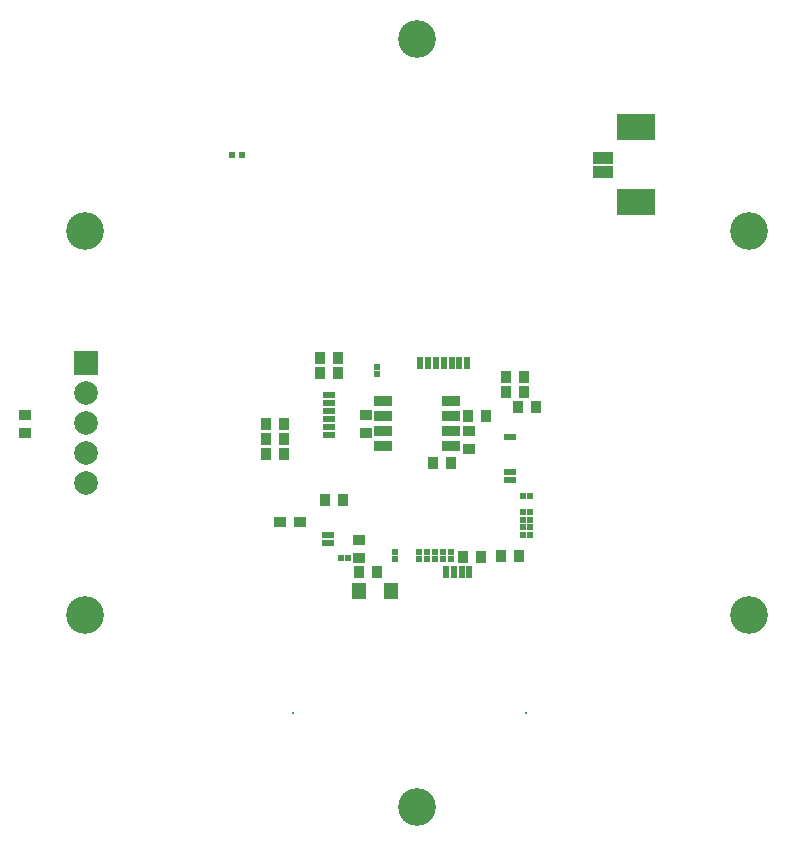
<source format=gbs>
G04*
G04 #@! TF.GenerationSoftware,Altium Limited,Altium Designer,22.1.2 (22)*
G04*
G04 Layer_Color=16711935*
%FSLAX25Y25*%
%MOIN*%
G70*
G04*
G04 #@! TF.SameCoordinates,4AADA1E1-E747-4A0A-B92B-AFF9719D9D6B*
G04*
G04*
G04 #@! TF.FilePolarity,Negative*
G04*
G01*
G75*
%ADD38R,0.03800X0.04300*%
%ADD41R,0.03972X0.03472*%
%ADD42R,0.03472X0.03972*%
%ADD43R,0.04300X0.03800*%
%ADD45R,0.02257X0.01863*%
%ADD57R,0.01863X0.02257*%
%ADD62C,0.00800*%
%ADD63C,0.12611*%
%ADD64R,0.07887X0.07887*%
%ADD65C,0.07887*%
%ADD201R,0.12611X0.09068*%
%ADD202R,0.07099X0.03950*%
%ADD203R,0.05958X0.03359*%
%ADD204R,0.04973X0.05485*%
%ADD205R,0.04147X0.03556*%
%ADD206R,0.02217X0.01863*%
D38*
X5200Y114800D02*
D03*
X11200D02*
D03*
X22900Y130400D02*
D03*
X16900D02*
D03*
D41*
X-17000Y124800D02*
D03*
Y130800D02*
D03*
X-130750Y130753D02*
D03*
Y124753D02*
D03*
X-19200Y89116D02*
D03*
Y83116D02*
D03*
D42*
X-44400Y117653D02*
D03*
X-50400D02*
D03*
X-44400Y127653D02*
D03*
X-50400D02*
D03*
X-44400Y122653D02*
D03*
X-50400D02*
D03*
X-30600Y102253D02*
D03*
X-24600D02*
D03*
X-26300Y149553D02*
D03*
X-32300D02*
D03*
X-26300Y144653D02*
D03*
X-32300D02*
D03*
X15200Y83153D02*
D03*
X21200D02*
D03*
X33800Y133453D02*
D03*
X39800D02*
D03*
X-13200Y78253D02*
D03*
X-19200D02*
D03*
X29800Y138416D02*
D03*
X35800D02*
D03*
X34100Y83700D02*
D03*
X28100D02*
D03*
X29800Y143353D02*
D03*
X35800D02*
D03*
D43*
X17200Y125400D02*
D03*
Y119400D02*
D03*
D45*
X-13200Y146483D02*
D03*
Y144317D02*
D03*
X16800Y146945D02*
D03*
Y149110D02*
D03*
X14167Y149110D02*
D03*
Y146945D02*
D03*
X600Y82788D02*
D03*
Y84953D02*
D03*
X1000Y149110D02*
D03*
Y146945D02*
D03*
X3325Y82788D02*
D03*
Y84953D02*
D03*
X11533Y149110D02*
D03*
Y146945D02*
D03*
X8900Y149110D02*
D03*
Y146945D02*
D03*
X3633Y149110D02*
D03*
Y146945D02*
D03*
X6267Y149110D02*
D03*
Y146945D02*
D03*
X6050Y82788D02*
D03*
Y84953D02*
D03*
X8775Y82788D02*
D03*
Y84953D02*
D03*
X11500Y82788D02*
D03*
Y84953D02*
D03*
X9700Y79335D02*
D03*
Y77170D02*
D03*
X12300Y79335D02*
D03*
Y77170D02*
D03*
X14900Y79335D02*
D03*
Y77170D02*
D03*
X17500Y79335D02*
D03*
Y77170D02*
D03*
X-7200Y82788D02*
D03*
Y84953D02*
D03*
D57*
X35400Y98419D02*
D03*
X37565D02*
D03*
X35400Y95793D02*
D03*
X37565D02*
D03*
Y93166D02*
D03*
X35400D02*
D03*
X37565Y90540D02*
D03*
X35400D02*
D03*
X-30665Y90503D02*
D03*
X-28500D02*
D03*
X-28318Y123953D02*
D03*
X-30483D02*
D03*
X-28318Y137204D02*
D03*
X-30483D02*
D03*
Y134581D02*
D03*
X-28318D02*
D03*
X-30483Y126610D02*
D03*
X-28318D02*
D03*
X-30483Y129267D02*
D03*
X-28318D02*
D03*
X-30483Y131924D02*
D03*
X-28318D02*
D03*
X29935Y123253D02*
D03*
X32100D02*
D03*
X-30665Y87853D02*
D03*
X-28500D02*
D03*
X-25187Y83104D02*
D03*
X-23022D02*
D03*
X37565Y103753D02*
D03*
X35400D02*
D03*
X32100Y108853D02*
D03*
X29935D02*
D03*
X32100Y111653D02*
D03*
X29935D02*
D03*
D62*
X36201Y31426D02*
D03*
X-41201D02*
D03*
D63*
X-110810Y63976D02*
D03*
X110810Y191929D02*
D03*
X-110810D02*
D03*
X110810Y63976D02*
D03*
X0Y0D02*
D03*
Y255906D02*
D03*
D64*
X-110400Y148053D02*
D03*
D65*
Y138053D02*
D03*
Y128053D02*
D03*
Y118053D02*
D03*
Y108053D02*
D03*
D201*
X72999Y226500D02*
D03*
Y201500D02*
D03*
D202*
X61901Y216461D02*
D03*
Y211539D02*
D03*
D203*
X11201Y135453D02*
D03*
Y130453D02*
D03*
Y125453D02*
D03*
Y120453D02*
D03*
X-11201D02*
D03*
Y125453D02*
D03*
Y130453D02*
D03*
Y135453D02*
D03*
D204*
X-19235Y71900D02*
D03*
D03*
X-8565D02*
D03*
D205*
X-39052Y95052D02*
D03*
X-45548D02*
D03*
D206*
X-58300Y217253D02*
D03*
X-61607D02*
D03*
M02*

</source>
